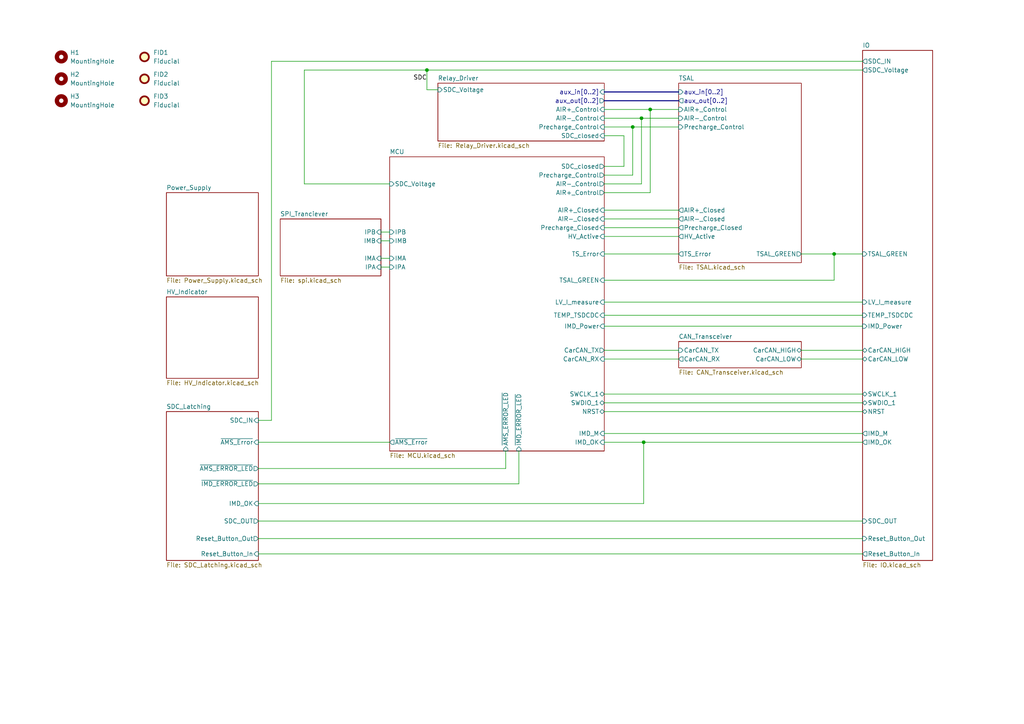
<source format=kicad_sch>
(kicad_sch
	(version 20231120)
	(generator "eeschema")
	(generator_version "8.0")
	(uuid "e63e39d7-6ac0-4ffd-8aa3-1841a4541b55")
	(paper "A4")
	(lib_symbols
		(symbol "Mechanical:Fiducial"
			(exclude_from_sim yes)
			(in_bom no)
			(on_board yes)
			(property "Reference" "FID"
				(at 0 5.08 0)
				(effects
					(font
						(size 1.27 1.27)
					)
				)
			)
			(property "Value" "Fiducial"
				(at 0 3.175 0)
				(effects
					(font
						(size 1.27 1.27)
					)
				)
			)
			(property "Footprint" ""
				(at 0 0 0)
				(effects
					(font
						(size 1.27 1.27)
					)
					(hide yes)
				)
			)
			(property "Datasheet" "~"
				(at 0 0 0)
				(effects
					(font
						(size 1.27 1.27)
					)
					(hide yes)
				)
			)
			(property "Description" "Fiducial Marker"
				(at 0 0 0)
				(effects
					(font
						(size 1.27 1.27)
					)
					(hide yes)
				)
			)
			(property "ki_keywords" "fiducial marker"
				(at 0 0 0)
				(effects
					(font
						(size 1.27 1.27)
					)
					(hide yes)
				)
			)
			(property "ki_fp_filters" "Fiducial*"
				(at 0 0 0)
				(effects
					(font
						(size 1.27 1.27)
					)
					(hide yes)
				)
			)
			(symbol "Fiducial_0_1"
				(circle
					(center 0 0)
					(radius 1.27)
					(stroke
						(width 0.508)
						(type default)
					)
					(fill
						(type background)
					)
				)
			)
		)
		(symbol "Mechanical:MountingHole"
			(pin_names
				(offset 1.016)
			)
			(exclude_from_sim yes)
			(in_bom no)
			(on_board yes)
			(property "Reference" "H"
				(at 0 5.08 0)
				(effects
					(font
						(size 1.27 1.27)
					)
				)
			)
			(property "Value" "MountingHole"
				(at 0 3.175 0)
				(effects
					(font
						(size 1.27 1.27)
					)
				)
			)
			(property "Footprint" ""
				(at 0 0 0)
				(effects
					(font
						(size 1.27 1.27)
					)
					(hide yes)
				)
			)
			(property "Datasheet" "~"
				(at 0 0 0)
				(effects
					(font
						(size 1.27 1.27)
					)
					(hide yes)
				)
			)
			(property "Description" "Mounting Hole without connection"
				(at 0 0 0)
				(effects
					(font
						(size 1.27 1.27)
					)
					(hide yes)
				)
			)
			(property "ki_keywords" "mounting hole"
				(at 0 0 0)
				(effects
					(font
						(size 1.27 1.27)
					)
					(hide yes)
				)
			)
			(property "ki_fp_filters" "MountingHole*"
				(at 0 0 0)
				(effects
					(font
						(size 1.27 1.27)
					)
					(hide yes)
				)
			)
			(symbol "MountingHole_0_1"
				(circle
					(center 0 0)
					(radius 1.27)
					(stroke
						(width 1.27)
						(type default)
					)
					(fill
						(type none)
					)
				)
			)
		)
	)
	(junction
		(at 241.935 73.66)
		(diameter 0)
		(color 0 0 0 0)
		(uuid "0a7f7cff-c29b-4cc6-9d26-e8a073329d15")
	)
	(junction
		(at 123.825 20.32)
		(diameter 0)
		(color 0 0 0 0)
		(uuid "408fafc3-a377-41a0-b7ba-93182cde2895")
	)
	(junction
		(at 186.69 128.27)
		(diameter 0)
		(color 0 0 0 0)
		(uuid "44793ef5-ff1a-4dd7-a42e-e257f8b8042e")
	)
	(junction
		(at 188.595 31.75)
		(diameter 0)
		(color 0 0 0 0)
		(uuid "4978de48-824e-4da0-ad6c-6a4aefa3ff9d")
	)
	(junction
		(at 183.515 36.83)
		(diameter 0)
		(color 0 0 0 0)
		(uuid "7c350bc1-d08e-421e-9df9-7d582d023d7d")
	)
	(junction
		(at 186.055 34.29)
		(diameter 0)
		(color 0 0 0 0)
		(uuid "a1e57cfd-14f7-4329-8eff-f9f55eb71a7d")
	)
	(wire
		(pts
			(xy 180.975 48.26) (xy 180.975 39.37)
		)
		(stroke
			(width 0)
			(type default)
		)
		(uuid "07f9dc8d-c0d0-4dc9-8401-f12e87290517")
	)
	(wire
		(pts
			(xy 188.595 55.88) (xy 188.595 31.75)
		)
		(stroke
			(width 0)
			(type default)
		)
		(uuid "161c37ee-859e-408a-bfc2-59491a96f951")
	)
	(wire
		(pts
			(xy 175.26 36.83) (xy 183.515 36.83)
		)
		(stroke
			(width 0)
			(type default)
		)
		(uuid "1860a00d-f6ff-4922-be20-059a8da73e09")
	)
	(wire
		(pts
			(xy 175.26 94.615) (xy 250.19 94.615)
		)
		(stroke
			(width 0)
			(type default)
		)
		(uuid "18e14012-8379-44ba-bc03-22592befc89a")
	)
	(wire
		(pts
			(xy 175.26 128.27) (xy 186.69 128.27)
		)
		(stroke
			(width 0)
			(type default)
		)
		(uuid "1b75a20a-67f1-4c22-93ad-86624ea64c65")
	)
	(wire
		(pts
			(xy 186.055 34.29) (xy 196.85 34.29)
		)
		(stroke
			(width 0)
			(type default)
		)
		(uuid "1db01ef0-e8ca-4592-b2d3-07fb736a1c26")
	)
	(wire
		(pts
			(xy 110.49 67.31) (xy 113.03 67.31)
		)
		(stroke
			(width 0)
			(type default)
		)
		(uuid "24f82c31-79c3-42d8-ae53-1dfc0417f292")
	)
	(wire
		(pts
			(xy 186.69 128.27) (xy 186.69 146.05)
		)
		(stroke
			(width 0)
			(type default)
		)
		(uuid "30e997bf-188f-4d9b-bd84-fbf9b303fdbc")
	)
	(bus
		(pts
			(xy 175.26 29.21) (xy 196.85 29.21)
		)
		(stroke
			(width 0)
			(type default)
		)
		(uuid "31ffb8c5-4965-42af-9ed5-2cde8d5c615d")
	)
	(wire
		(pts
			(xy 175.26 31.75) (xy 188.595 31.75)
		)
		(stroke
			(width 0)
			(type default)
		)
		(uuid "32c45256-301b-4d4b-9c80-908f3eaa6645")
	)
	(wire
		(pts
			(xy 78.74 17.78) (xy 250.19 17.78)
		)
		(stroke
			(width 0)
			(type default)
		)
		(uuid "39b04c6a-a164-49f1-abea-a3a32285d465")
	)
	(wire
		(pts
			(xy 175.26 81.28) (xy 241.935 81.28)
		)
		(stroke
			(width 0)
			(type default)
		)
		(uuid "3aeadea1-001e-4433-96d3-f973553a40ce")
	)
	(wire
		(pts
			(xy 88.265 53.34) (xy 113.03 53.34)
		)
		(stroke
			(width 0)
			(type default)
		)
		(uuid "43ff35e9-7cd8-4f62-aee2-70328842afeb")
	)
	(wire
		(pts
			(xy 74.93 156.21) (xy 250.19 156.21)
		)
		(stroke
			(width 0)
			(type default)
		)
		(uuid "4c72069e-2911-45fc-ac82-d63dbffe3b04")
	)
	(wire
		(pts
			(xy 183.515 36.83) (xy 183.515 50.8)
		)
		(stroke
			(width 0)
			(type default)
		)
		(uuid "4ec701c3-5b60-44fd-aa98-394de6f7caab")
	)
	(wire
		(pts
			(xy 188.595 31.75) (xy 196.85 31.75)
		)
		(stroke
			(width 0)
			(type default)
		)
		(uuid "51e28119-6df5-4157-ad5a-a917e8c3b6f3")
	)
	(wire
		(pts
			(xy 232.41 104.14) (xy 250.19 104.14)
		)
		(stroke
			(width 0)
			(type default)
		)
		(uuid "52f50848-80d1-428f-ab45-bb31bf0b1bf9")
	)
	(wire
		(pts
			(xy 110.49 77.47) (xy 113.03 77.47)
		)
		(stroke
			(width 0)
			(type default)
		)
		(uuid "54692d45-1676-44b5-883b-2bc41b0fdb8c")
	)
	(wire
		(pts
			(xy 74.93 140.335) (xy 150.495 140.335)
		)
		(stroke
			(width 0)
			(type default)
		)
		(uuid "56636031-e736-471a-aef1-0ac263156ba7")
	)
	(wire
		(pts
			(xy 175.26 73.66) (xy 196.85 73.66)
		)
		(stroke
			(width 0)
			(type default)
		)
		(uuid "59c97f32-e3dc-44cd-97bd-a21f9f2761ed")
	)
	(wire
		(pts
			(xy 175.26 50.8) (xy 183.515 50.8)
		)
		(stroke
			(width 0)
			(type default)
		)
		(uuid "619d8902-06d2-4923-bb65-cfa8d092be87")
	)
	(wire
		(pts
			(xy 74.93 128.27) (xy 113.03 128.27)
		)
		(stroke
			(width 0)
			(type default)
		)
		(uuid "6d2f0521-9da9-4af2-a499-d52735120f75")
	)
	(wire
		(pts
			(xy 110.49 69.85) (xy 113.03 69.85)
		)
		(stroke
			(width 0)
			(type default)
		)
		(uuid "6f739289-0d73-4828-8ed9-0bb5278b8b5b")
	)
	(wire
		(pts
			(xy 150.495 130.81) (xy 150.495 140.335)
		)
		(stroke
			(width 0)
			(type default)
		)
		(uuid "6f995fe1-0166-4ccb-ab08-e9ce4b1480ae")
	)
	(wire
		(pts
			(xy 175.26 114.3) (xy 250.19 114.3)
		)
		(stroke
			(width 0)
			(type default)
		)
		(uuid "72de219e-ea5c-4118-91e1-aa7450812977")
	)
	(wire
		(pts
			(xy 175.26 119.38) (xy 250.19 119.38)
		)
		(stroke
			(width 0)
			(type default)
		)
		(uuid "750042e4-ec72-4b72-a7a1-170d65b6a550")
	)
	(wire
		(pts
			(xy 74.93 121.92) (xy 78.74 121.92)
		)
		(stroke
			(width 0)
			(type default)
		)
		(uuid "78a24785-3b42-46fa-9caf-3fc007c85f2c")
	)
	(wire
		(pts
			(xy 241.935 73.66) (xy 250.19 73.66)
		)
		(stroke
			(width 0)
			(type default)
		)
		(uuid "79c4682b-6f04-465e-bf87-1364ab0de3e5")
	)
	(wire
		(pts
			(xy 241.935 73.66) (xy 241.935 81.28)
		)
		(stroke
			(width 0)
			(type default)
		)
		(uuid "7bf839f6-fe27-416f-b4fb-8b45d66e9c7a")
	)
	(wire
		(pts
			(xy 175.26 53.34) (xy 186.055 53.34)
		)
		(stroke
			(width 0)
			(type default)
		)
		(uuid "7eae9a3b-04d0-4025-90cb-4b284bd379ef")
	)
	(wire
		(pts
			(xy 123.825 26.035) (xy 127 26.035)
		)
		(stroke
			(width 0)
			(type default)
		)
		(uuid "7fe8261e-9374-4542-8746-31b48c970009")
	)
	(wire
		(pts
			(xy 88.265 20.32) (xy 88.265 53.34)
		)
		(stroke
			(width 0)
			(type default)
		)
		(uuid "86c8f75c-d22e-41f4-9b54-7366753afa46")
	)
	(wire
		(pts
			(xy 175.26 66.04) (xy 196.85 66.04)
		)
		(stroke
			(width 0)
			(type default)
		)
		(uuid "879ccb09-3504-4864-9c31-833d63a283d6")
	)
	(wire
		(pts
			(xy 175.26 34.29) (xy 186.055 34.29)
		)
		(stroke
			(width 0)
			(type default)
		)
		(uuid "8893e1cb-365b-4c9c-a85e-2244f030fd1e")
	)
	(wire
		(pts
			(xy 110.49 74.93) (xy 113.03 74.93)
		)
		(stroke
			(width 0)
			(type default)
		)
		(uuid "8b1d64f7-3258-49b4-92aa-93c8541190ba")
	)
	(wire
		(pts
			(xy 232.41 73.66) (xy 241.935 73.66)
		)
		(stroke
			(width 0)
			(type default)
		)
		(uuid "8f2e9e26-e3f1-440c-a826-c9d96000f0ea")
	)
	(wire
		(pts
			(xy 186.69 128.27) (xy 250.19 128.27)
		)
		(stroke
			(width 0)
			(type default)
		)
		(uuid "970ec349-aa6c-4058-9a8a-06f8b0ada789")
	)
	(wire
		(pts
			(xy 123.825 20.32) (xy 123.825 26.035)
		)
		(stroke
			(width 0)
			(type default)
		)
		(uuid "9eaca443-67c5-43d3-a2cb-8dc2134d743d")
	)
	(wire
		(pts
			(xy 175.26 87.63) (xy 250.19 87.63)
		)
		(stroke
			(width 0)
			(type default)
		)
		(uuid "a07ba9bc-6ee6-4356-918f-f47ec7cc369e")
	)
	(wire
		(pts
			(xy 74.93 160.655) (xy 250.19 160.655)
		)
		(stroke
			(width 0)
			(type default)
		)
		(uuid "a14d2587-5011-4932-895b-968b85fb9c29")
	)
	(wire
		(pts
			(xy 175.26 125.73) (xy 250.19 125.73)
		)
		(stroke
			(width 0)
			(type default)
		)
		(uuid "a268a543-1d94-4c7d-9e93-681aa6017876")
	)
	(wire
		(pts
			(xy 175.26 68.58) (xy 196.85 68.58)
		)
		(stroke
			(width 0)
			(type default)
		)
		(uuid "b509a92c-b91c-4e42-b9e3-f73c6491975d")
	)
	(wire
		(pts
			(xy 175.26 101.6) (xy 196.85 101.6)
		)
		(stroke
			(width 0)
			(type default)
		)
		(uuid "bbd9a530-d966-44db-b792-6b8364074399")
	)
	(wire
		(pts
			(xy 183.515 36.83) (xy 196.85 36.83)
		)
		(stroke
			(width 0)
			(type default)
		)
		(uuid "bd7c142b-1b4a-4e3e-891a-2fc7994c4031")
	)
	(wire
		(pts
			(xy 180.975 39.37) (xy 175.26 39.37)
		)
		(stroke
			(width 0)
			(type default)
		)
		(uuid "c4a85f6c-5ba7-40d8-af18-4a31720497a2")
	)
	(wire
		(pts
			(xy 175.26 116.84) (xy 250.19 116.84)
		)
		(stroke
			(width 0)
			(type default)
		)
		(uuid "c7fe1963-cd78-4101-8ef6-6dcc644a8e7d")
	)
	(wire
		(pts
			(xy 175.26 91.44) (xy 250.19 91.44)
		)
		(stroke
			(width 0)
			(type default)
		)
		(uuid "cca14e52-daa2-472f-b950-9a1276c72fee")
	)
	(bus
		(pts
			(xy 175.26 26.67) (xy 196.85 26.67)
		)
		(stroke
			(width 0)
			(type default)
		)
		(uuid "cea651cf-4b09-4040-866b-09f29baccde7")
	)
	(wire
		(pts
			(xy 74.93 151.13) (xy 250.19 151.13)
		)
		(stroke
			(width 0)
			(type default)
		)
		(uuid "d0c6c499-7a00-48b4-bd4b-891bbdb16994")
	)
	(wire
		(pts
			(xy 146.685 135.89) (xy 146.685 130.81)
		)
		(stroke
			(width 0)
			(type default)
		)
		(uuid "d316bfb3-2c73-4ff1-84e3-75c482cbfaa2")
	)
	(wire
		(pts
			(xy 175.26 104.14) (xy 196.85 104.14)
		)
		(stroke
			(width 0)
			(type default)
		)
		(uuid "d53b8b6f-dec9-4a34-9e59-6fc2f5bafc6c")
	)
	(wire
		(pts
			(xy 175.26 63.5) (xy 196.85 63.5)
		)
		(stroke
			(width 0)
			(type default)
		)
		(uuid "d88aee4c-fb2b-496d-98dc-785013c70a8c")
	)
	(wire
		(pts
			(xy 180.975 48.26) (xy 175.26 48.26)
		)
		(stroke
			(width 0)
			(type default)
		)
		(uuid "df7a4fb7-c0df-4747-a51c-5b6d57141fc8")
	)
	(wire
		(pts
			(xy 74.93 135.89) (xy 146.685 135.89)
		)
		(stroke
			(width 0)
			(type default)
		)
		(uuid "e0757bcb-e970-4f03-94f2-6301484ac229")
	)
	(wire
		(pts
			(xy 123.825 20.32) (xy 250.19 20.32)
		)
		(stroke
			(width 0)
			(type default)
		)
		(uuid "e4022d97-9262-4b9e-8880-03a4afd73d19")
	)
	(wire
		(pts
			(xy 74.93 146.05) (xy 186.69 146.05)
		)
		(stroke
			(width 0)
			(type default)
		)
		(uuid "ea203829-7c79-4d55-8c55-d3d8ecb641ef")
	)
	(wire
		(pts
			(xy 88.265 20.32) (xy 123.825 20.32)
		)
		(stroke
			(width 0)
			(type default)
		)
		(uuid "ec66eea5-ae96-4bf7-93db-2f86111f3986")
	)
	(wire
		(pts
			(xy 78.74 17.78) (xy 78.74 121.92)
		)
		(stroke
			(width 0)
			(type default)
		)
		(uuid "ef04e179-1035-430f-b8a3-37f6edb09c73")
	)
	(wire
		(pts
			(xy 232.41 101.6) (xy 250.19 101.6)
		)
		(stroke
			(width 0)
			(type default)
		)
		(uuid "f4eb62d3-6998-4510-806f-341547b3745d")
	)
	(wire
		(pts
			(xy 186.055 34.29) (xy 186.055 53.34)
		)
		(stroke
			(width 0)
			(type default)
		)
		(uuid "f883506b-40b7-4a33-8b08-87bb566721c7")
	)
	(wire
		(pts
			(xy 175.26 60.96) (xy 196.85 60.96)
		)
		(stroke
			(width 0)
			(type default)
		)
		(uuid "f9d34e50-92ea-47a4-8b48-a188792d1fba")
	)
	(wire
		(pts
			(xy 175.26 55.88) (xy 188.595 55.88)
		)
		(stroke
			(width 0)
			(type default)
		)
		(uuid "fa484b90-07b7-4a9e-9fea-6e2a33d9559c")
	)
	(label "SDC"
		(at 123.825 23.495 180)
		(fields_autoplaced yes)
		(effects
			(font
				(size 1.27 1.27)
				(color 0 0 0 1)
			)
			(justify right bottom)
		)
		(uuid "5a0c03f1-96bf-4aa0-a982-95eb41ebc984")
		(property "Netclass" "Relay"
			(at 123.825 24.765 0)
			(effects
				(font
					(size 1.27 1.27)
					(bold yes)
					(italic yes)
				)
				(justify right)
				(hide yes)
			)
		)
	)
	(symbol
		(lib_id "Mechanical:MountingHole")
		(at 17.78 16.51 0)
		(unit 1)
		(exclude_from_sim yes)
		(in_bom no)
		(on_board yes)
		(dnp no)
		(fields_autoplaced yes)
		(uuid "0a967dcf-cf87-4b53-bafc-12025984e67b")
		(property "Reference" "H1"
			(at 20.32 15.2399 0)
			(effects
				(font
					(size 1.27 1.27)
				)
				(justify left)
			)
		)
		(property "Value" "MountingHole"
			(at 20.32 17.7799 0)
			(effects
				(font
					(size 1.27 1.27)
				)
				(justify left)
			)
		)
		(property "Footprint" "MountingHole:MountingHole_3.2mm_M3"
			(at 17.78 16.51 0)
			(effects
				(font
					(size 1.27 1.27)
				)
				(hide yes)
			)
		)
		(property "Datasheet" "~"
			(at 17.78 16.51 0)
			(effects
				(font
					(size 1.27 1.27)
				)
				(hide yes)
			)
		)
		(property "Description" "Mounting Hole without connection"
			(at 17.78 16.51 0)
			(effects
				(font
					(size 1.27 1.27)
				)
				(hide yes)
			)
		)
		(instances
			(project "Master_FT25"
				(path "/e63e39d7-6ac0-4ffd-8aa3-1841a4541b55"
					(reference "H1")
					(unit 1)
				)
			)
		)
	)
	(symbol
		(lib_id "Mechanical:Fiducial")
		(at 41.91 29.21 0)
		(unit 1)
		(exclude_from_sim yes)
		(in_bom no)
		(on_board yes)
		(dnp no)
		(fields_autoplaced yes)
		(uuid "20cdaa43-65c8-4542-a3d9-8381e50d7078")
		(property "Reference" "FID3"
			(at 44.45 27.9399 0)
			(effects
				(font
					(size 1.27 1.27)
				)
				(justify left)
			)
		)
		(property "Value" "Fiducial"
			(at 44.45 30.4799 0)
			(effects
				(font
					(size 1.27 1.27)
				)
				(justify left)
			)
		)
		(property "Footprint" "Fiducial:Fiducial_1mm_Mask2mm"
			(at 41.91 29.21 0)
			(effects
				(font
					(size 1.27 1.27)
				)
				(hide yes)
			)
		)
		(property "Datasheet" "~"
			(at 41.91 29.21 0)
			(effects
				(font
					(size 1.27 1.27)
				)
				(hide yes)
			)
		)
		(property "Description" "Fiducial Marker"
			(at 41.91 29.21 0)
			(effects
				(font
					(size 1.27 1.27)
				)
				(hide yes)
			)
		)
		(instances
			(project "Master_FT25"
				(path "/e63e39d7-6ac0-4ffd-8aa3-1841a4541b55"
					(reference "FID3")
					(unit 1)
				)
			)
		)
	)
	(symbol
		(lib_id "Mechanical:MountingHole")
		(at 17.78 22.86 0)
		(unit 1)
		(exclude_from_sim yes)
		(in_bom no)
		(on_board yes)
		(dnp no)
		(fields_autoplaced yes)
		(uuid "21853630-98ed-40d6-a6a4-eace38ba178b")
		(property "Reference" "H2"
			(at 20.32 21.5899 0)
			(effects
				(font
					(size 1.27 1.27)
				)
				(justify left)
			)
		)
		(property "Value" "MountingHole"
			(at 20.32 24.1299 0)
			(effects
				(font
					(size 1.27 1.27)
				)
				(justify left)
			)
		)
		(property "Footprint" "MountingHole:MountingHole_3.2mm_M3"
			(at 17.78 22.86 0)
			(effects
				(font
					(size 1.27 1.27)
				)
				(hide yes)
			)
		)
		(property "Datasheet" "~"
			(at 17.78 22.86 0)
			(effects
				(font
					(size 1.27 1.27)
				)
				(hide yes)
			)
		)
		(property "Description" "Mounting Hole without connection"
			(at 17.78 22.86 0)
			(effects
				(font
					(size 1.27 1.27)
				)
				(hide yes)
			)
		)
		(instances
			(project "Master_FT25"
				(path "/e63e39d7-6ac0-4ffd-8aa3-1841a4541b55"
					(reference "H2")
					(unit 1)
				)
			)
		)
	)
	(symbol
		(lib_id "Mechanical:Fiducial")
		(at 41.91 16.51 0)
		(unit 1)
		(exclude_from_sim yes)
		(in_bom no)
		(on_board yes)
		(dnp no)
		(fields_autoplaced yes)
		(uuid "45741e40-abdc-4d50-b317-939a5201ace5")
		(property "Reference" "FID1"
			(at 44.45 15.2399 0)
			(effects
				(font
					(size 1.27 1.27)
				)
				(justify left)
			)
		)
		(property "Value" "Fiducial"
			(at 44.45 17.7799 0)
			(effects
				(font
					(size 1.27 1.27)
				)
				(justify left)
			)
		)
		(property "Footprint" "Fiducial:Fiducial_1mm_Mask2mm"
			(at 41.91 16.51 0)
			(effects
				(font
					(size 1.27 1.27)
				)
				(hide yes)
			)
		)
		(property "Datasheet" "~"
			(at 41.91 16.51 0)
			(effects
				(font
					(size 1.27 1.27)
				)
				(hide yes)
			)
		)
		(property "Description" "Fiducial Marker"
			(at 41.91 16.51 0)
			(effects
				(font
					(size 1.27 1.27)
				)
				(hide yes)
			)
		)
		(instances
			(project "Master_FT25"
				(path "/e63e39d7-6ac0-4ffd-8aa3-1841a4541b55"
					(reference "FID1")
					(unit 1)
				)
			)
		)
	)
	(symbol
		(lib_id "Mechanical:Fiducial")
		(at 41.91 22.86 0)
		(unit 1)
		(exclude_from_sim yes)
		(in_bom no)
		(on_board yes)
		(dnp no)
		(fields_autoplaced yes)
		(uuid "b3151b57-7e28-4545-b8a5-8cfdf967461d")
		(property "Reference" "FID2"
			(at 44.45 21.5899 0)
			(effects
				(font
					(size 1.27 1.27)
				)
				(justify left)
			)
		)
		(property "Value" "Fiducial"
			(at 44.45 24.1299 0)
			(effects
				(font
					(size 1.27 1.27)
				)
				(justify left)
			)
		)
		(property "Footprint" "Fiducial:Fiducial_1mm_Mask2mm"
			(at 41.91 22.86 0)
			(effects
				(font
					(size 1.27 1.27)
				)
				(hide yes)
			)
		)
		(property "Datasheet" "~"
			(at 41.91 22.86 0)
			(effects
				(font
					(size 1.27 1.27)
				)
				(hide yes)
			)
		)
		(property "Description" "Fiducial Marker"
			(at 41.91 22.86 0)
			(effects
				(font
					(size 1.27 1.27)
				)
				(hide yes)
			)
		)
		(instances
			(project "Master_FT25"
				(path "/e63e39d7-6ac0-4ffd-8aa3-1841a4541b55"
					(reference "FID2")
					(unit 1)
				)
			)
		)
	)
	(symbol
		(lib_id "Mechanical:MountingHole")
		(at 17.78 29.21 0)
		(unit 1)
		(exclude_from_sim yes)
		(in_bom no)
		(on_board yes)
		(dnp no)
		(fields_autoplaced yes)
		(uuid "d1527598-7f4d-46c2-9d81-1aa748b9fa8d")
		(property "Reference" "H3"
			(at 20.32 27.9399 0)
			(effects
				(font
					(size 1.27 1.27)
				)
				(justify left)
			)
		)
		(property "Value" "MountingHole"
			(at 20.32 30.4799 0)
			(effects
				(font
					(size 1.27 1.27)
				)
				(justify left)
			)
		)
		(property "Footprint" "MountingHole:MountingHole_3.2mm_M3"
			(at 17.78 29.21 0)
			(effects
				(font
					(size 1.27 1.27)
				)
				(hide yes)
			)
		)
		(property "Datasheet" "~"
			(at 17.78 29.21 0)
			(effects
				(font
					(size 1.27 1.27)
				)
				(hide yes)
			)
		)
		(property "Description" "Mounting Hole without connection"
			(at 17.78 29.21 0)
			(effects
				(font
					(size 1.27 1.27)
				)
				(hide yes)
			)
		)
		(instances
			(project "Master_FT25"
				(path "/e63e39d7-6ac0-4ffd-8aa3-1841a4541b55"
					(reference "H3")
					(unit 1)
				)
			)
		)
	)
	(sheet
		(at 48.26 119.38)
		(size 26.67 43.18)
		(fields_autoplaced yes)
		(stroke
			(width 0.1524)
			(type solid)
		)
		(fill
			(color 0 0 0 0.0000)
		)
		(uuid "1faf3ef0-baac-46e1-a293-a43d671ef048")
		(property "Sheetname" "SDC_Latching"
			(at 48.26 118.6684 0)
			(effects
				(font
					(size 1.27 1.27)
				)
				(justify left bottom)
			)
		)
		(property "Sheetfile" "SDC_Latching.kicad_sch"
			(at 48.26 163.1446 0)
			(effects
				(font
					(size 1.27 1.27)
				)
				(justify left top)
			)
		)
		(pin "Reset_Button_In" input
			(at 74.93 160.655 0)
			(effects
				(font
					(size 1.27 1.27)
				)
				(justify right)
			)
			(uuid "d29d350b-902b-4201-b78d-3987c1d43101")
		)
		(pin "Reset_Button_Out" output
			(at 74.93 156.21 0)
			(effects
				(font
					(size 1.27 1.27)
				)
				(justify right)
			)
			(uuid "b3467c47-149f-4dd6-96a3-1425c5e65cd6")
		)
		(pin "SDC_OUT" output
			(at 74.93 151.13 0)
			(effects
				(font
					(size 1.27 1.27)
				)
				(justify right)
			)
			(uuid "04195bc4-f957-489b-8e05-747e1a2601f4")
		)
		(pin "SDC_IN" input
			(at 74.93 121.92 0)
			(effects
				(font
					(size 1.27 1.27)
				)
				(justify right)
			)
			(uuid "92e1de3b-0808-4574-9811-f75c22fccddf")
		)
		(pin "~{AMS_Error}" input
			(at 74.93 128.27 0)
			(effects
				(font
					(size 1.27 1.27)
				)
				(justify right)
			)
			(uuid "d4f4818d-c3c7-4eeb-9c52-aad858d58f30")
		)
		(pin "IMD_OK" input
			(at 74.93 146.05 0)
			(effects
				(font
					(size 1.27 1.27)
				)
				(justify right)
			)
			(uuid "44e26c19-37fa-4e80-adb7-6f8f90521f09")
		)
		(pin "~{AMS_ERROR_LED}" output
			(at 74.93 135.89 0)
			(effects
				(font
					(size 1.27 1.27)
				)
				(justify right)
			)
			(uuid "db873ff3-3fa6-46f9-acf2-1776292c3326")
		)
		(pin "~{IMD_ERROR_LED}" output
			(at 74.93 140.335 0)
			(effects
				(font
					(size 1.27 1.27)
				)
				(justify right)
			)
			(uuid "1e0ea0b3-c0a4-42d3-b88d-ab6314267023")
		)
		(instances
			(project "Master_FT25"
				(path "/e63e39d7-6ac0-4ffd-8aa3-1841a4541b55"
					(page "10")
				)
			)
		)
	)
	(sheet
		(at 48.26 55.88)
		(size 26.67 24.13)
		(fields_autoplaced yes)
		(stroke
			(width 0.1524)
			(type solid)
		)
		(fill
			(color 0 0 0 0.0000)
		)
		(uuid "22dc17c4-8352-43f2-bb65-d704323b2333")
		(property "Sheetname" "Power_Supply"
			(at 48.26 55.1684 0)
			(effects
				(font
					(size 1.27 1.27)
				)
				(justify left bottom)
			)
		)
		(property "Sheetfile" "Power_Supply.kicad_sch"
			(at 48.26 80.5946 0)
			(effects
				(font
					(size 1.27 1.27)
				)
				(justify left top)
			)
		)
		(instances
			(project "Master_FT25"
				(path "/e63e39d7-6ac0-4ffd-8aa3-1841a4541b55"
					(page "8")
				)
			)
		)
	)
	(sheet
		(at 196.85 24.13)
		(size 35.56 52.07)
		(fields_autoplaced yes)
		(stroke
			(width 0.1524)
			(type solid)
		)
		(fill
			(color 0 0 0 0.0000)
		)
		(uuid "5ce1aa0c-f98f-4b94-80bd-f188cf4c57de")
		(property "Sheetname" "TSAL"
			(at 196.85 23.4184 0)
			(effects
				(font
					(size 1.27 1.27)
				)
				(justify left bottom)
			)
		)
		(property "Sheetfile" "TSAL.kicad_sch"
			(at 196.85 76.7846 0)
			(effects
				(font
					(size 1.27 1.27)
				)
				(justify left top)
			)
		)
		(pin "AIR-_Closed" output
			(at 196.85 63.5 180)
			(effects
				(font
					(size 1.27 1.27)
				)
				(justify left)
			)
			(uuid "7f4f978d-1e5d-4a43-b1bf-c4fa7649bd7e")
		)
		(pin "AIR-_Control" input
			(at 196.85 34.29 180)
			(effects
				(font
					(size 1.27 1.27)
				)
				(justify left)
			)
			(uuid "14206ec6-7d56-4612-a521-5201573867ec")
		)
		(pin "AIR+_Control" input
			(at 196.85 31.75 180)
			(effects
				(font
					(size 1.27 1.27)
				)
				(justify left)
			)
			(uuid "97639659-6003-4e23-b4ab-f30326d3a9e4")
		)
		(pin "AIR+_Closed" output
			(at 196.85 60.96 180)
			(effects
				(font
					(size 1.27 1.27)
				)
				(justify left)
			)
			(uuid "6395d9db-d4bc-4c2e-9617-d5b2bf2defa3")
		)
		(pin "HV_Active" output
			(at 196.85 68.58 180)
			(effects
				(font
					(size 1.27 1.27)
				)
				(justify left)
			)
			(uuid "9bc0c846-6b29-4e4d-a0d2-1bffadd4b174")
		)
		(pin "aux_in[0..2]" input
			(at 196.85 26.67 180)
			(effects
				(font
					(size 1.27 1.27)
				)
				(justify left)
			)
			(uuid "62f5980a-ba24-42c2-bf17-3ba93154ccbe")
		)
		(pin "aux_out[0..2]" output
			(at 196.85 29.21 180)
			(effects
				(font
					(size 1.27 1.27)
				)
				(justify left)
			)
			(uuid "7b7686bc-62db-4756-a60c-2a44d69edb52")
		)
		(pin "TS_Error" output
			(at 196.85 73.66 180)
			(effects
				(font
					(size 1.27 1.27)
				)
				(justify left)
			)
			(uuid "2448d2bd-f095-4512-bdbb-8c68f77aacaa")
		)
		(pin "Precharge_Closed" output
			(at 196.85 66.04 180)
			(effects
				(font
					(size 1.27 1.27)
				)
				(justify left)
			)
			(uuid "93060461-877f-42a6-80bd-dbb98ff86726")
		)
		(pin "Precharge_Control" input
			(at 196.85 36.83 180)
			(effects
				(font
					(size 1.27 1.27)
				)
				(justify left)
			)
			(uuid "1df4d53f-ddfd-42ee-ba3c-fb3c93ade126")
		)
		(pin "TSAL_GREEN" output
			(at 232.41 73.66 0)
			(effects
				(font
					(size 1.27 1.27)
				)
				(justify right)
			)
			(uuid "a160ed03-0ccc-4e23-a6c8-c4e67a7fba77")
		)
		(instances
			(project "Master_FT25"
				(path "/e63e39d7-6ac0-4ffd-8aa3-1841a4541b55"
					(page "2")
				)
			)
		)
	)
	(sheet
		(at 48.26 86.106)
		(size 26.67 23.622)
		(fields_autoplaced yes)
		(stroke
			(width 0.1524)
			(type solid)
		)
		(fill
			(color 0 0 0 0.0000)
		)
		(uuid "79aa61b0-3913-4dd5-85ac-a55bcc701429")
		(property "Sheetname" "HV_Indicator"
			(at 48.26 85.3944 0)
			(effects
				(font
					(size 1.27 1.27)
				)
				(justify left bottom)
			)
		)
		(property "Sheetfile" "HV_Indicator.kicad_sch"
			(at 48.26 110.3126 0)
			(effects
				(font
					(size 1.27 1.27)
				)
				(justify left top)
			)
		)
		(instances
			(project "Master_FT25"
				(path "/e63e39d7-6ac0-4ffd-8aa3-1841a4541b55"
					(page "11")
				)
			)
		)
	)
	(sheet
		(at 81.28 63.5)
		(size 29.21 16.51)
		(fields_autoplaced yes)
		(stroke
			(width 0.1524)
			(type solid)
		)
		(fill
			(color 0 0 0 0.0000)
		)
		(uuid "7ea6d794-d6f7-459d-b00f-ed5a8a0446d9")
		(property "Sheetname" "SPI_Tranciever"
			(at 81.28 62.7884 0)
			(effects
				(font
					(size 1.27 1.27)
				)
				(justify left bottom)
			)
		)
		(property "Sheetfile" "spi.kicad_sch"
			(at 81.28 80.5946 0)
			(effects
				(font
					(size 1.27 1.27)
				)
				(justify left top)
			)
		)
		(pin "IPB" input
			(at 110.49 67.31 0)
			(effects
				(font
					(size 1.27 1.27)
				)
				(justify right)
			)
			(uuid "12d18ded-a9ec-4a47-a265-cb4b48bd9928")
		)
		(pin "IMB" input
			(at 110.49 69.85 0)
			(effects
				(font
					(size 1.27 1.27)
				)
				(justify right)
			)
			(uuid "4f5cbb16-21f4-4acb-beed-5735b597fc51")
		)
		(pin "IMA" input
			(at 110.49 74.93 0)
			(effects
				(font
					(size 1.27 1.27)
				)
				(justify right)
			)
			(uuid "fd58e044-12b4-4992-9f63-d59e347d92a5")
		)
		(pin "IPA" input
			(at 110.49 77.47 0)
			(effects
				(font
					(size 1.27 1.27)
				)
				(justify right)
			)
			(uuid "212208da-4d93-4618-932d-5d0895edf826")
		)
		(instances
			(project "Master_FT25"
				(path "/e63e39d7-6ac0-4ffd-8aa3-1841a4541b55"
					(page "15")
				)
			)
		)
	)
	(sheet
		(at 127 24.13)
		(size 48.26 16.764)
		(fields_autoplaced yes)
		(stroke
			(width 0.1524)
			(type solid)
		)
		(fill
			(color 0 0 0 0.0000)
		)
		(uuid "95b8e8bb-175b-4c26-b28f-f18dafbb4793")
		(property "Sheetname" "Relay_Driver"
			(at 127 23.4184 0)
			(effects
				(font
					(size 1.27 1.27)
				)
				(justify left bottom)
			)
		)
		(property "Sheetfile" "Relay_Driver.kicad_sch"
			(at 127 41.4786 0)
			(effects
				(font
					(size 1.27 1.27)
				)
				(justify left top)
			)
		)
		(pin "AIR-_Control" input
			(at 175.26 34.29 0)
			(effects
				(font
					(size 1.27 1.27)
				)
				(justify right)
			)
			(uuid "7edf1e41-024c-4116-abe5-cfef0d5a0efc")
		)
		(pin "AIR+_Control" input
			(at 175.26 31.75 0)
			(effects
				(font
					(size 1.27 1.27)
				)
				(justify right)
			)
			(uuid "6e3f7547-4f06-4521-bf16-8b7f213f0b60")
		)
		(pin "aux_out[0..2]" output
			(at 175.26 29.21 0)
			(effects
				(font
					(size 1.27 1.27)
				)
				(justify right)
			)
			(uuid "bf289db5-5459-48e2-b88f-d9d16213c777")
		)
		(pin "aux_in[0..2]" input
			(at 175.26 26.67 0)
			(effects
				(font
					(size 1.27 1.27)
				)
				(justify right)
			)
			(uuid "870086fa-587c-431c-a862-2d36619d4ebf")
		)
		(pin "Precharge_Control" input
			(at 175.26 36.83 0)
			(effects
				(font
					(size 1.27 1.27)
				)
				(justify right)
			)
			(uuid "64c41c50-b9c1-41ea-996a-a9c20799ff11")
		)
		(pin "SDC_Voltage" input
			(at 127 26.035 180)
			(effects
				(font
					(size 1.27 1.27)
				)
				(justify left)
			)
			(uuid "4d634957-f32f-40f3-8540-70e44430ba5a")
		)
		(pin "SDC_closed" input
			(at 175.26 39.37 0)
			(effects
				(font
					(size 1.27 1.27)
				)
				(justify right)
			)
			(uuid "4c65f1ce-a9bc-4c5f-8403-bedb975d8eb2")
		)
		(instances
			(project "Master_FT25"
				(path "/e63e39d7-6ac0-4ffd-8aa3-1841a4541b55"
					(page "9")
				)
			)
		)
	)
	(sheet
		(at 113.03 45.466)
		(size 62.23 85.344)
		(fields_autoplaced yes)
		(stroke
			(width 0.1524)
			(type solid)
		)
		(fill
			(color 0 0 0 0.0000)
		)
		(uuid "9b70877c-37a9-427a-bda0-c62874ddc559")
		(property "Sheetname" "MCU"
			(at 113.03 44.7544 0)
			(effects
				(font
					(size 1.27 1.27)
				)
				(justify left bottom)
			)
		)
		(property "Sheetfile" "MCU.kicad_sch"
			(at 113.03 131.3946 0)
			(effects
				(font
					(size 1.27 1.27)
				)
				(justify left top)
			)
		)
		(pin "CarCAN_TX" output
			(at 175.26 101.6 0)
			(effects
				(font
					(size 1.27 1.27)
				)
				(justify right)
			)
			(uuid "f47ef6c8-b550-4302-a5a7-6ab5a6184e74")
		)
		(pin "SWCLK_1" bidirectional
			(at 175.26 114.3 0)
			(effects
				(font
					(size 1.27 1.27)
				)
				(justify right)
			)
			(uuid "605a061b-4108-46bb-8fff-97cfb674055b")
		)
		(pin "SWDIO_1" bidirectional
			(at 175.26 116.84 0)
			(effects
				(font
					(size 1.27 1.27)
				)
				(justify right)
			)
			(uuid "92a776b3-e16c-4951-958d-ef2fb53709a9")
		)
		(pin "CarCAN_RX" input
			(at 175.26 104.14 0)
			(effects
				(font
					(size 1.27 1.27)
				)
				(justify right)
			)
			(uuid "04553aed-dc09-4ba7-a9b1-ab4eaf95146d")
		)
		(pin "AIR+_Control" output
			(at 175.26 55.88 0)
			(effects
				(font
					(size 1.27 1.27)
				)
				(justify right)
			)
			(uuid "2269f88f-a85c-4266-ac04-95bf13eb0efd")
		)
		(pin "AIR-_Control" output
			(at 175.26 53.34 0)
			(effects
				(font
					(size 1.27 1.27)
				)
				(justify right)
			)
			(uuid "d79f89ef-7e64-42d3-9138-46893922b4a9")
		)
		(pin "HV_Active" input
			(at 175.26 68.58 0)
			(effects
				(font
					(size 1.27 1.27)
				)
				(justify right)
			)
			(uuid "c20f76e0-182a-4af7-a081-ae1f520a5b95")
		)
		(pin "AIR+_Closed" input
			(at 175.26 60.96 0)
			(effects
				(font
					(size 1.27 1.27)
				)
				(justify right)
			)
			(uuid "125a1f4f-2acf-4cea-9a03-25b35d16fb96")
		)
		(pin "AIR-_Closed" input
			(at 175.26 63.5 0)
			(effects
				(font
					(size 1.27 1.27)
				)
				(justify right)
			)
			(uuid "fbfd2a87-a250-44fd-96a7-e8079404fc85")
		)
		(pin "SDC_Voltage" input
			(at 113.03 53.34 180)
			(effects
				(font
					(size 1.27 1.27)
				)
				(justify left)
			)
			(uuid "3329bc08-3485-4d06-b547-eed9d73de875")
		)
		(pin "IMD_OK" input
			(at 175.26 128.27 0)
			(effects
				(font
					(size 1.27 1.27)
				)
				(justify right)
			)
			(uuid "2f1fce94-ecdd-445f-a70b-53aa628f7126")
		)
		(pin "TS_Error" input
			(at 175.26 73.66 0)
			(effects
				(font
					(size 1.27 1.27)
				)
				(justify right)
			)
			(uuid "e3623c8f-21c5-4339-8297-19f16439a3f4")
		)
		(pin "IMD_M" input
			(at 175.26 125.73 0)
			(effects
				(font
					(size 1.27 1.27)
				)
				(justify right)
			)
			(uuid "8bae7699-4069-414c-8d5a-73d7082e11e5")
		)
		(pin "Precharge_Control" output
			(at 175.26 50.8 0)
			(effects
				(font
					(size 1.27 1.27)
				)
				(justify right)
			)
			(uuid "cdca4c58-1262-4bde-80f4-02b467f8aafe")
		)
		(pin "Precharge_Closed" input
			(at 175.26 66.04 0)
			(effects
				(font
					(size 1.27 1.27)
				)
				(justify right)
			)
			(uuid "f2f0c2fe-7ac4-4a48-bfa7-9d0e6e156dc7")
		)
		(pin "~{AMS_Error}" output
			(at 113.03 128.27 180)
			(effects
				(font
					(size 1.27 1.27)
				)
				(justify left)
			)
			(uuid "65e84e94-ce74-43d6-a40c-f2a3cd2a6ac8")
		)
		(pin "IMB" input
			(at 113.03 69.85 180)
			(effects
				(font
					(size 1.27 1.27)
				)
				(justify left)
			)
			(uuid "9695f347-9a45-415a-a0c0-c9817bf10ea3")
		)
		(pin "IMA" input
			(at 113.03 74.93 180)
			(effects
				(font
					(size 1.27 1.27)
				)
				(justify left)
			)
			(uuid "a62c6dcb-8b7d-4a24-adec-3aba3d84e6ab")
		)
		(pin "IPA" input
			(at 113.03 77.47 180)
			(effects
				(font
					(size 1.27 1.27)
				)
				(justify left)
			)
			(uuid "409a6711-a53b-4ad0-a904-98393d158eed")
		)
		(pin "IPB" input
			(at 113.03 67.31 180)
			(effects
				(font
					(size 1.27 1.27)
				)
				(justify left)
			)
			(uuid "a0783acc-e661-4dd4-bb10-3985abf0e608")
		)
		(pin "~{IMD_ERROR_LED}" input
			(at 150.495 130.81 270)
			(effects
				(font
					(size 1.27 1.27)
				)
				(justify left)
			)
			(uuid "3c6c52fa-82f4-40f6-8656-08db2fe24843")
		)
		(pin "~{AMS_ERROR_LED}" input
			(at 146.685 130.81 270)
			(effects
				(font
					(size 1.27 1.27)
				)
				(justify left)
			)
			(uuid "98921bb8-c18c-427f-8b3d-3fbc3b24206d")
		)
		(pin "TSAL_GREEN" input
			(at 175.26 81.28 0)
			(effects
				(font
					(size 1.27 1.27)
				)
				(justify right)
			)
			(uuid "c8c1c101-9fca-4c91-b1ff-0ae7a322ed0e")
		)
		(pin "IMD_Power" input
			(at 175.26 94.615 0)
			(effects
				(font
					(size 1.27 1.27)
				)
				(justify right)
			)
			(uuid "b5f88973-9cf9-48af-a376-4344bfa40928")
		)
		(pin "NRST" bidirectional
			(at 175.26 119.38 0)
			(effects
				(font
					(size 1.27 1.27)
				)
				(justify right)
			)
			(uuid "e05a939d-5d9f-44c5-82f0-715cf4d59192")
		)
		(pin "TEMP_TSDCDC" input
			(at 175.26 91.44 0)
			(effects
				(font
					(size 1.27 1.27)
				)
				(justify right)
			)
			(uuid "bad1f67e-a092-4c65-b87d-da69f8343546")
		)
		(pin "LV_I_measure" input
			(at 175.26 87.63 0)
			(effects
				(font
					(size 1.27 1.27)
				)
				(justify right)
			)
			(uuid "df232280-6528-402f-ac89-b7daf1a541da")
		)
		(pin "SDC_closed" output
			(at 175.26 48.26 0)
			(effects
				(font
					(size 1.27 1.27)
				)
				(justify right)
			)
			(uuid "4a5bc6b5-50fc-478c-97e0-cca7410217ca")
		)
		(instances
			(project "Master_FT25"
				(path "/e63e39d7-6ac0-4ffd-8aa3-1841a4541b55"
					(page "7")
				)
			)
		)
	)
	(sheet
		(at 196.85 99.06)
		(size 35.56 7.62)
		(fields_autoplaced yes)
		(stroke
			(width 0.1524)
			(type solid)
		)
		(fill
			(color 0 0 0 0.0000)
		)
		(uuid "c358f375-f19f-4341-b85b-3ee34c210f74")
		(property "Sheetname" "CAN_Transceiver"
			(at 196.85 98.3484 0)
			(effects
				(font
					(size 1.27 1.27)
				)
				(justify left bottom)
			)
		)
		(property "Sheetfile" "CAN_Transceiver.kicad_sch"
			(at 196.85 107.2646 0)
			(effects
				(font
					(size 1.27 1.27)
				)
				(justify left top)
			)
		)
		(pin "CarCAN_HIGH" bidirectional
			(at 232.41 101.6 0)
			(effects
				(font
					(size 1.27 1.27)
				)
				(justify right)
			)
			(uuid "fa65e9f0-a816-4cfb-b357-ecef57b3b82d")
		)
		(pin "CarCAN_LOW" bidirectional
			(at 232.41 104.14 0)
			(effects
				(font
					(size 1.27 1.27)
				)
				(justify right)
			)
			(uuid "934324c6-b02c-4f3e-ac08-05f9d8568f0c")
		)
		(pin "CarCAN_RX" output
			(at 196.85 104.14 180)
			(effects
				(font
					(size 1.27 1.27)
				)
				(justify left)
			)
			(uuid "31629ba9-9ca0-47ad-8673-f9b3b28a9e35")
		)
		(pin "CarCAN_TX" input
			(at 196.85 101.6 180)
			(effects
				(font
					(size 1.27 1.27)
				)
				(justify left)
			)
			(uuid "8d8c23ec-d24d-4183-b1f7-cf9ad53f8460")
		)
		(instances
			(project "Master_FT25"
				(path "/e63e39d7-6ac0-4ffd-8aa3-1841a4541b55"
					(page "9")
				)
			)
		)
	)
	(sheet
		(at 250.19 14.605)
		(size 20.32 147.955)
		(fields_autoplaced yes)
		(stroke
			(width 0.1524)
			(type solid)
		)
		(fill
			(color 0 0 0 0.0000)
		)
		(uuid "e59bef98-744e-4b2e-ac94-b25961b27b6b")
		(property "Sheetname" "IO"
			(at 250.19 13.8934 0)
			(effects
				(font
					(size 1.27 1.27)
				)
				(justify left bottom)
			)
		)
		(property "Sheetfile" "IO.kicad_sch"
			(at 250.19 163.1446 0)
			(effects
				(font
					(size 1.27 1.27)
				)
				(justify left top)
			)
		)
		(pin "IMD_OK" output
			(at 250.19 128.27 180)
			(effects
				(font
					(size 1.27 1.27)
				)
				(justify left)
			)
			(uuid "73a53e5f-47d4-429e-b637-fe2428dc243a")
		)
		(pin "CarCAN_HIGH" bidirectional
			(at 250.19 101.6 180)
			(effects
				(font
					(size 1.27 1.27)
				)
				(justify left)
			)
			(uuid "cfd54fc9-5d46-422b-b49a-82ec9ef3d301")
		)
		(pin "CarCAN_LOW" bidirectional
			(at 250.19 104.14 180)
			(effects
				(font
					(size 1.27 1.27)
				)
				(justify left)
			)
			(uuid "4908e932-225b-41df-985d-1241673c0a49")
		)
		(pin "SDC_OUT" input
			(at 250.19 151.13 180)
			(effects
				(font
					(size 1.27 1.27)
				)
				(justify left)
			)
			(uuid "34508969-254e-4438-9b33-7cb21198ee8f")
		)
		(pin "SDC_IN" output
			(at 250.19 17.78 180)
			(effects
				(font
					(size 1.27 1.27)
				)
				(justify left)
			)
			(uuid "8495abc2-3730-425c-b838-1c99612cd81e")
		)
		(pin "SWCLK_1" bidirectional
			(at 250.19 114.3 180)
			(effects
				(font
					(size 1.27 1.27)
				)
				(justify left)
			)
			(uuid "437f6c45-8b21-41bf-8d1c-725319dff698")
		)
		(pin "SWDIO_1" bidirectional
			(at 250.19 116.84 180)
			(effects
				(font
					(size 1.27 1.27)
				)
				(justify left)
			)
			(uuid "e266763f-e667-425b-aba3-e0a9fc3d9f72")
		)
		(pin "Reset_Button_Out" input
			(at 250.19 156.21 180)
			(effects
				(font
					(size 1.27 1.27)
				)
				(justify left)
			)
			(uuid "7097514d-9ab0-49c8-801c-09b9f72ebdaa")
		)
		(pin "Reset_Button_In" output
			(at 250.19 160.655 180)
			(effects
				(font
					(size 1.27 1.27)
				)
				(justify left)
			)
			(uuid "27a983f6-d6be-4239-89dd-edb014519101")
		)
		(pin "IMD_M" output
			(at 250.19 125.73 180)
			(effects
				(font
					(size 1.27 1.27)
				)
				(justify left)
			)
			(uuid "a7ce4794-481c-4781-9ab5-060183fd78cb")
		)
		(pin "TSAL_GREEN" input
			(at 250.19 73.66 180)
			(effects
				(font
					(size 1.27 1.27)
				)
				(justify left)
			)
			(uuid "9a9624b0-654d-4442-8a3c-d3ea916177b2")
		)
		(pin "SDC_Voltage" output
			(at 250.19 20.32 180)
			(effects
				(font
					(size 1.27 1.27)
				)
				(justify left)
			)
			(uuid "65e03ba9-c7d9-4f9a-b3ef-d75fc55081ec")
		)
		(pin "IMD_Power" input
			(at 250.19 94.615 180)
			(effects
				(font
					(size 1.27 1.27)
				)
				(justify left)
			)
			(uuid "0765be10-6e68-4975-a0cd-2fc202579881")
		)
		(pin "LV_I_measure" input
			(at 250.19 87.63 180)
			(effects
				(font
					(size 1.27 1.27)
				)
				(justify left)
			)
			(uuid "3116f761-651c-42f1-ab1e-4176d18b069c")
		)
		(pin "NRST" bidirectional
			(at 250.19 119.38 180)
			(effects
				(font
					(size 1.27 1.27)
				)
				(justify left)
			)
			(uuid "ce49ebb2-e147-4bc0-822a-dcc07fca15cf")
		)
		(pin "TEMP_TSDCDC" input
			(at 250.19 91.44 180)
			(effects
				(font
					(size 1.27 1.27)
				)
				(justify left)
			)
			(uuid "6acb0152-a506-4b08-8ddd-869095583706")
		)
		(instances
			(project "Master_FT25"
				(path "/e63e39d7-6ac0-4ffd-8aa3-1841a4541b55"
					(page "12")
				)
			)
		)
	)
	(sheet_instances
		(path "/"
			(page "1")
		)
	)
)

</source>
